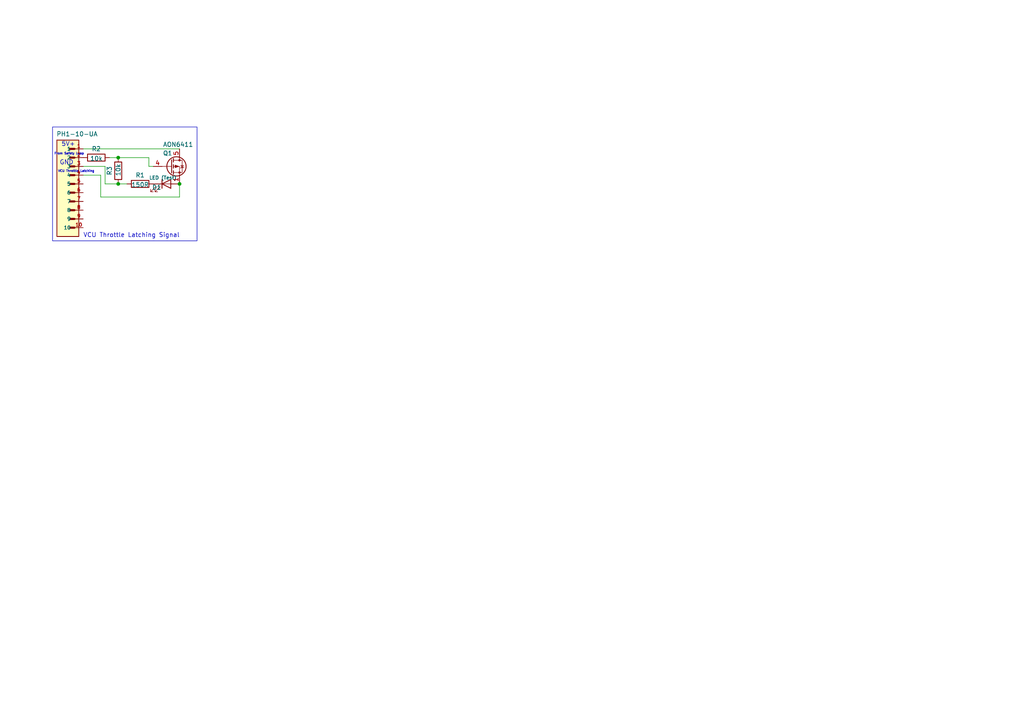
<source format=kicad_sch>
(kicad_sch (version 20231120) (generator "eeschema") (generator_version "8.0")
  (paper "A4")
  (lib_symbols
    (symbol "10 pin output:PH1-10-UA" (pin_names (offset 1.016))
      (property "Reference" "J" (at 0 28.448 0))
      (property "Value" "PH1-10-UA" (at 0 0 0))
      (symbol "PH1-10-UA_0_0"
        (polyline (pts (xy 3.81 2.54) (xy 5.08 2.54)) (stroke (width 0.6096)))
        (polyline (pts (xy 3.81 5.08) (xy 5.08 5.08)) (stroke (width 0.6096)))
        (polyline (pts (xy 3.81 7.62) (xy 5.08 7.62)) (stroke (width 0.6096)))
        (polyline (pts (xy 3.81 10.16) (xy 5.08 10.16)) (stroke (width 0.6096)))
        (polyline (pts (xy 3.81 12.7) (xy 5.08 12.7)) (stroke (width 0.6096)))
        (polyline (pts (xy 3.81 15.24) (xy 5.08 15.24)) (stroke (width 0.6096)))
        (polyline (pts (xy 3.81 17.78) (xy 5.08 17.78)) (stroke (width 0.6096)))
        (polyline (pts (xy 3.81 20.32) (xy 5.08 20.32)) (stroke (width 0.6096)))
        (polyline (pts (xy 3.81 22.86) (xy 5.08 22.86)) (stroke (width 0.6096)))
        (polyline (pts (xy 3.81 25.4) (xy 5.08 25.4)) (stroke (width 0.6096)))
        (rectangle (start 0 0) (end 6.35 27.94) (stroke (width 0.254)) (fill (type background)))
        (pin passive line (at 7.62 25.4 180) (length 2.54) (name "1") (number "1"))
        (pin passive line (at 7.62 2.54 180) (length 2.54) (name "10") (number "10"))
        (pin passive line (at 7.62 22.86 180) (length 2.54) (name "2") (number "2"))
        (pin passive line (at 7.62 20.32 180) (length 2.54) (name "3") (number "3"))
        (pin passive line (at 7.62 17.78 180) (length 2.54) (name "4") (number "4"))
        (pin passive line (at 7.62 15.24 180) (length 2.54) (name "5") (number "5"))
        (pin passive line (at 7.62 12.7 180) (length 2.54) (name "6") (number "6"))
        (pin passive line (at 7.62 10.16 180) (length 2.54) (name "7") (number "7"))
        (pin passive line (at 7.62 7.62 180) (length 2.54) (name "8") (number "8"))
        (pin passive line (at 7.62 5.08 180) (length 2.54) (name "9") (number "9"))
      )
    )
    (symbol "Device:LED" (pin_numbers hide) (pin_names (offset 1.016) hide)
      (property "Reference" "D" (at 0 2.54 0))
      (property "Value" "LED" (at 0 -2.54 0))
      (symbol "LED_0_1"
        (polyline (pts (xy -1.27 -1.27) (xy -1.27 1.27)) (stroke (width 0.254)))
        (polyline (pts (xy -1.27 0) (xy 1.27 0)))
        (polyline (pts (xy 1.27 -1.27) (xy 1.27 1.27) (xy -1.27 0) (xy 1.27 -1.27)) (stroke (width 0.254)))
        (polyline (pts (xy -3.048 -0.762) (xy -4.572 -2.286) (xy -3.81 -2.286) (xy -4.572 -2.286) (xy -4.572 -1.524)))
        (polyline (pts (xy -1.778 -0.762) (xy -3.302 -2.286) (xy -2.54 -2.286) (xy -3.302 -2.286) (xy -3.302 -1.524)))
      )
      (symbol "LED_1_1"
        (pin passive line (at -3.81 0 0) (length 2.54) (name "K") (number "1"))
        (pin passive line (at 3.81 0 180) (length 2.54) (name "A") (number "2"))
      )
    )
    (symbol "Device:R" (pin_numbers hide) (pin_names (offset 0))
      (property "Reference" "R" (at 2.032 0 90))
      (property "Value" "R" (at 0 0 90))
      (symbol "R_0_1"
        (rectangle (start -1.016 -2.54) (end 1.016 2.54) (stroke (width 0.254)))
      )
      (symbol "R_1_1"
        (pin passive line (at 0 3.81 270) (length 1.27) (name "~") (number "1"))
        (pin passive line (at 0 -3.81 90) (length 1.27) (name "~") (number "2"))
      )
    )
    (symbol "Transistor_FET:AON6411" (pin_names hide)
      (property "Reference" "Q" (at 5.08 1.905 0))
      (property "Value" "AON6411" (at 5.08 0 0))
      (symbol "AON6411_0_1"
        (polyline (pts (xy 0.254 0) (xy -2.54 0)))
        (polyline (pts (xy 0.254 1.905) (xy 0.254 -1.905)) (stroke (width 0.254)))
        (polyline (pts (xy 0.762 -1.27) (xy 0.762 -2.286)) (stroke (width 0.254)))
        (polyline (pts (xy 0.762 0.508) (xy 0.762 -0.508)) (stroke (width 0.254)))
        (polyline (pts (xy 0.762 2.286) (xy 0.762 1.27)) (stroke (width 0.254)))
        (polyline (pts (xy 2.54 2.54) (xy 2.54 1.778)))
        (polyline (pts (xy 2.54 -2.54) (xy 2.54 0) (xy 0.762 0)))
        (polyline (pts (xy 0.762 1.778) (xy 3.302 1.778) (xy 3.302 -1.778) (xy 0.762 -1.778)))
        (polyline (pts (xy 2.286 0) (xy 1.27 0.381) (xy 1.27 -0.381) (xy 2.286 0)) (fill (type outline)))
        (polyline (pts (xy 2.794 -0.508) (xy 2.921 -0.381) (xy 3.683 -0.381) (xy 3.81 -0.254)))
        (polyline (pts (xy 3.302 -0.381) (xy 2.921 0.254) (xy 3.683 0.254) (xy 3.302 -0.381)))
        (circle (center 1.651 0) (radius 2.794) (stroke (width 0.254)))
        (circle (center 2.54 -1.778) (radius 0.254) (fill (type outline)))
        (circle (center 2.54 1.778) (radius 0.254) (fill (type outline)))
      )
      (symbol "AON6411_1_1"
        (pin passive line (at 2.54 -5.08 90) (length 2.54) (name "S") (number "1"))
        (pin passive line (at 2.54 -5.08 90) (length 2.54) hide (name "S") (number "2"))
        (pin passive line (at 2.54 -5.08 90) (length 2.54) hide (name "S") (number "3"))
        (pin input line (at -5.08 0 0) (length 2.54) (name "G") (number "4"))
        (pin passive line (at 2.54 5.08 270) (length 2.54) (name "D") (number "5"))
      )
    )
  )
  (junction (at 52.07 53.34))
  (junction (at 34.29 45.72))
  (junction (at 34.29 53.34))
  (wire (pts (xy 34.29 53.34) (xy 36.83 53.34)))
  (wire (pts (xy 43.18 48.26) (xy 43.18 45.72)))
  (wire (pts (xy 43.18 48.26) (xy 44.45 48.26)))
  (wire (pts (xy 52.07 57.15) (xy 29.21 57.15)))
  (wire (pts (xy 31.75 45.72) (xy 34.29 45.72)))
  (wire (pts (xy 52.07 43.18) (xy 24.13 43.18)))
  (wire (pts (xy 30.48 53.34) (xy 30.48 48.26)))
  (wire (pts (xy 29.21 50.8) (xy 24.13 50.8)))
  (wire (pts (xy 29.21 57.15) (xy 29.21 50.8)))
  (wire (pts (xy 34.29 53.34) (xy 30.48 53.34)))
  (wire (pts (xy 30.48 48.26) (xy 24.13 48.26)))
  (wire (pts (xy 34.29 45.72) (xy 43.18 45.72)))
  (wire (pts (xy 52.07 53.34) (xy 52.07 57.15)))
  (rectangle (start 15.24 36.83) (end 57.15 69.85))
  (text "5V+\n" (at 19.812 41.91 0) (effects (font (size 1.27 1.27))))
  (text "VCU Throttle Latching\n" (at 22.098 49.784 0) (effects (font (size 0.635 0.635))))
  (text "VCU Throttle Latching Signal\n\n" (at 24.13 71.12 0) (effects (font (size 1.27 1.27)) (justify left bottom)))
  (text "From Safety Loop\n" (at 20.066 44.704 0) (effects (font (size 0.635 0.635))))
  (text "GND\n" (at 19.304 47.244 0) (effects (font (size 1.27 1.27))))
  (symbol (lib_id "Device:R") (at 27.94 45.72 90) (unit 1)
    (property "Reference" "R2" (at 27.94 43.18 90))
    (property "Value" "10k" (at 27.94 45.974 90))
    (property "Footprint" "Resistor_SMD:R_0603_1608Metric" (effects (hide yes)))
  )
  (symbol (lib_id "Device:LED") (at 48.26 53.34 0) (unit 1)
    (property "Reference" "D1" (at 45.466 54.356 0))
    (property "Value" "LED (Test)" (at 47.244 51.562 0) (effects (font (size 1 1))))
    (property "Footprint" "LED:LED_AP3216SYD_KNB" (effects (hide yes)))
  )
  (symbol (lib_id "Device:R") (at 40.64 53.34 90) (unit 1)
    (property "Reference" "R1" (at 40.64 50.8 90))
    (property "Value" "150R" (at 40.64 53.594 90))
    (property "Footprint" "Resistor_SMD:R_0805_2012Metric" (effects (hide yes)))
  )
  (symbol (lib_id "Transistor_FET:AON6411") (at 49.53 48.26 0) (unit 1)
    (property "Reference" "Q1" (at 47.244 44.45 0) (effects (justify left)))
    (property "Value" "AON6411" (at 47.244 41.91 0) (effects (justify left)))
    (property "Footprint" "SOC:SOT23_INF" (effects (hide yes)))
    (property "Datasheet" "http://www.aosmd.com/res/data_sheets/AON6411.pdf" (effects (hide yes)))
    (property "Description" "-85A Id, -20V Vds, P-Channel MOSFET, DFN-8" (effects (hide yes)))
  )
  (symbol (lib_id "Device:R") (at 34.29 49.53 180) (unit 1)
    (property "Reference" "R3" (at 31.75 49.53 90))
    (property "Value" "10k" (at 34.29 49.276 90))
    (property "Footprint" "Resistor_SMD:R_0603_1608Metric" (effects (hide yes)))
  )
  (symbol (lib_id "10 pin output:PH1-10-UA") (at 16.51 68.58 0) (unit 1)
    (property "Reference" "J1" (effects (hide yes)))
    (property "Value" "PH1-10-UA" (at 22.352 38.862 0))
    (property "Footprint" "Connector_PinHeader_2.54mm:PinHeader_1x10_P2.54mm_Vertical" (effects (hide yes)))
    (property "MF" "Adam Tech" (effects (hide yes)))
    (property "Description_1" "\n                        \n                            Connector Header Through Hole 10 position 0.100 (2.54mm)\n                        \n" (effects (hide yes)))
    (property "Package" "None" (effects (hide yes)))
    (property "Price" "None" (effects (hide yes)))
    (property "SnapEDA_Link" "https://www.snapeda.com/parts/PH1-10-UA/Adam+Tech/view-part/?ref=snap" (effects (hide yes)))
    (property "MP" "PH1-10-UA" (effects (hide yes)))
    (property "Availability" "In Stock" (effects (hide yes)))
    (property "Check_prices" "https://www.snapeda.com/parts/PH1-10-UA/Adam+Tech/view-part/?ref=eda" (effects (hide yes)))
  )
)
</source>
